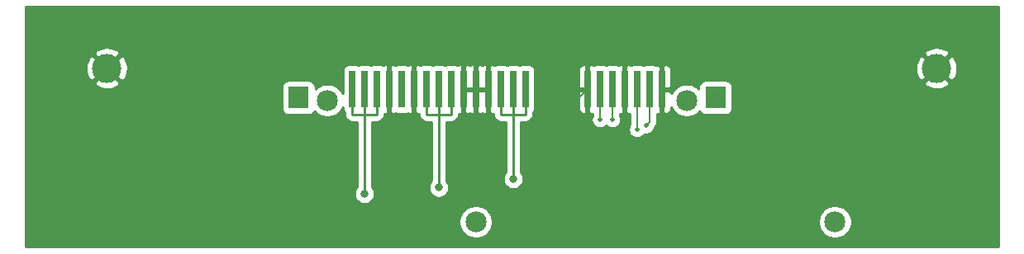
<source format=gbr>
%TF.GenerationSoftware,KiCad,Pcbnew,(5.1.9)-1*%
%TF.CreationDate,2021-04-07T17:32:18-07:00*%
%TF.ProjectId,driveCaddyAdapter,64726976-6543-4616-9464-794164617074,rev?*%
%TF.SameCoordinates,Original*%
%TF.FileFunction,Copper,L2,Bot*%
%TF.FilePolarity,Positive*%
%FSLAX46Y46*%
G04 Gerber Fmt 4.6, Leading zero omitted, Abs format (unit mm)*
G04 Created by KiCad (PCBNEW (5.1.9)-1) date 2021-04-07 17:32:18*
%MOMM*%
%LPD*%
G01*
G04 APERTURE LIST*
%TA.AperFunction,ComponentPad*%
%ADD10C,3.000000*%
%TD*%
%TA.AperFunction,ComponentPad*%
%ADD11C,2.159000*%
%TD*%
%TA.AperFunction,SMDPad,CuDef*%
%ADD12R,0.660400X3.810000*%
%TD*%
%TA.AperFunction,SMDPad,CuDef*%
%ADD13R,2.159000X2.260600*%
%TD*%
%TA.AperFunction,ViaPad*%
%ADD14C,0.800000*%
%TD*%
%TA.AperFunction,ViaPad*%
%ADD15C,0.508000*%
%TD*%
%TA.AperFunction,Conductor*%
%ADD16C,0.250000*%
%TD*%
%TA.AperFunction,Conductor*%
%ADD17C,0.200000*%
%TD*%
%TA.AperFunction,Conductor*%
%ADD18C,0.254000*%
%TD*%
%TA.AperFunction,Conductor*%
%ADD19C,0.100000*%
%TD*%
G04 APERTURE END LIST*
D10*
%TO.P,H2,1*%
%TO.N,GND*%
X274000000Y-67000000D03*
%TD*%
%TO.P,H1,1*%
%TO.N,GND*%
X189000000Y-67000000D03*
%TD*%
D11*
%TO.P,J2,26*%
%TO.N,N/C*%
X211599999Y-70299999D03*
%TO.P,J2,25*%
X248400001Y-70299999D03*
D12*
%TO.P,J2,22*%
%TO.N,12V*%
X214125025Y-69149999D03*
%TO.P,J2,21*%
X215395025Y-69149999D03*
%TO.P,J2,20*%
X216665025Y-69149999D03*
%TO.P,J2,19*%
%TO.N,GND*%
X217935025Y-69149999D03*
%TO.P,J2,18*%
%TO.N,Net-(J2-Pad18)*%
X219205025Y-69149999D03*
%TO.P,J2,17*%
%TO.N,GND*%
X220475025Y-69149999D03*
%TO.P,J2,16*%
%TO.N,5V*%
X221745025Y-69149999D03*
%TO.P,J2,15*%
X223015025Y-69149999D03*
%TO.P,J2,14*%
X224285025Y-69149999D03*
%TO.P,J2,13*%
%TO.N,GND*%
X225555025Y-69149999D03*
%TO.P,J2,12*%
X226825025Y-69149999D03*
%TO.P,J2,11*%
X228095025Y-69149999D03*
%TO.P,J2,10*%
%TO.N,3.3V*%
X229365025Y-69149999D03*
%TO.P,J2,9*%
X230635025Y-69149999D03*
%TO.P,J2,8*%
X231905025Y-69149999D03*
%TO.P,J2,7*%
%TO.N,GND*%
X238255025Y-69149999D03*
%TO.P,J2,6*%
%TO.N,B+*%
X239525025Y-69149999D03*
%TO.P,J2,5*%
%TO.N,B-*%
X240795025Y-69149999D03*
%TO.P,J2,4*%
%TO.N,GND*%
X242065025Y-69149999D03*
%TO.P,J2,3*%
%TO.N,A-*%
X243335025Y-69149999D03*
%TO.P,J2,2*%
%TO.N,A+*%
X244605025Y-69149999D03*
%TO.P,J2,1*%
%TO.N,GND*%
X245875025Y-69149999D03*
D13*
%TO.P,J2,24*%
%TO.N,Net-(J2-Pad24)*%
X208650005Y-70000000D03*
%TO.P,J2,23*%
%TO.N,Net-(J2-Pad23)*%
X251349995Y-70000000D03*
%TD*%
D11*
%TO.P,J1,26*%
%TO.N,N/C*%
X226799999Y-82762501D03*
%TO.P,J1,25*%
X263600001Y-82762501D03*
%TD*%
D14*
%TO.N,12V*%
X215392000Y-79883000D03*
%TO.N,GND*%
X234442000Y-81026000D03*
X242062000Y-81280000D03*
X253492000Y-81026000D03*
X257175000Y-81026000D03*
X261112000Y-81153000D03*
%TO.N,5V*%
X223012000Y-79248000D03*
%TO.N,3.3V*%
X230632000Y-78359000D03*
D15*
%TO.N,B+*%
X239522000Y-72263000D03*
%TO.N,B-*%
X240792000Y-72263000D03*
%TO.N,A-*%
X243307079Y-73271315D03*
%TO.N,A+*%
X244229479Y-72889243D03*
%TD*%
D16*
%TO.N,12V*%
X215392000Y-79883000D02*
X215392000Y-71755000D01*
X215392000Y-71755000D02*
X216662000Y-71755000D01*
X216662000Y-69153024D02*
X216665025Y-69149999D01*
X216662000Y-71755000D02*
X216662000Y-69153024D01*
X215395025Y-71751975D02*
X215392000Y-71755000D01*
X215395025Y-69149999D02*
X215395025Y-71751975D01*
X214125025Y-69149999D02*
X214125025Y-71751975D01*
X214125025Y-71751975D02*
X215395025Y-71751975D01*
%TO.N,GND*%
X217935025Y-69149999D02*
X217935025Y-66424025D01*
X217935025Y-66424025D02*
X217938050Y-66421000D01*
X245875025Y-66994999D02*
X245875025Y-69149999D01*
X242065025Y-66424025D02*
X242062000Y-66421000D01*
X242065025Y-69149999D02*
X242065025Y-66424025D01*
X238255025Y-66424025D02*
X238252000Y-66421000D01*
X238255025Y-69149999D02*
X238255025Y-66424025D01*
X238252000Y-66421000D02*
X242062000Y-66421000D01*
X220475025Y-66424025D02*
X220472000Y-66421000D01*
X220475025Y-69149999D02*
X220475025Y-66424025D01*
X217938050Y-66421000D02*
X220472000Y-66421000D01*
X225555025Y-66424025D02*
X225552000Y-66421000D01*
X225555025Y-69149999D02*
X225555025Y-66424025D01*
X220472000Y-66421000D02*
X225552000Y-66421000D01*
X226825025Y-66424025D02*
X226822000Y-66421000D01*
X226825025Y-69149999D02*
X226825025Y-66424025D01*
X225552000Y-66421000D02*
X226822000Y-66421000D01*
X228095025Y-66424025D02*
X228092000Y-66421000D01*
X228095025Y-69149999D02*
X228095025Y-66424025D01*
X228092000Y-66421000D02*
X238252000Y-66421000D01*
X226822000Y-66421000D02*
X228092000Y-66421000D01*
X234442000Y-81026000D02*
X234442000Y-80518000D01*
X242062000Y-81280000D02*
X242062000Y-80645000D01*
X257302000Y-81153000D02*
X257175000Y-81026000D01*
X261112000Y-81153000D02*
X257302000Y-81153000D01*
X253492000Y-81026000D02*
X257175000Y-81026000D01*
X245301026Y-66421000D02*
X245875025Y-66994999D01*
X242062000Y-66421000D02*
X245301026Y-66421000D01*
D17*
X257175000Y-81026000D02*
X257175000Y-79883000D01*
X234442000Y-72963024D02*
X238255025Y-69149999D01*
X242062000Y-80645000D02*
X242062000Y-79248000D01*
X237998000Y-75184000D02*
X234442000Y-75184000D01*
X242062000Y-79248000D02*
X237998000Y-75184000D01*
X234442000Y-75184000D02*
X234442000Y-72963024D01*
X234442000Y-81026000D02*
X234442000Y-75184000D01*
X242316000Y-81026000D02*
X242062000Y-81280000D01*
X253492000Y-81026000D02*
X242316000Y-81026000D01*
D16*
%TO.N,5V*%
X221745025Y-69149999D02*
X221745025Y-71751975D01*
X221745025Y-71751975D02*
X221748050Y-71755000D01*
X224282000Y-69153024D02*
X224285025Y-69149999D01*
X224282000Y-71755000D02*
X224282000Y-69153024D01*
X223015025Y-71631025D02*
X223139000Y-71755000D01*
X223015025Y-69149999D02*
X223015025Y-71631025D01*
X223139000Y-71755000D02*
X224282000Y-71755000D01*
X223012000Y-71755000D02*
X223012000Y-79248000D01*
X221748050Y-71755000D02*
X223012000Y-71755000D01*
X223012000Y-71755000D02*
X223139000Y-71755000D01*
%TO.N,3.3V*%
X229365025Y-69149999D02*
X229365025Y-71751975D01*
X229365025Y-71751975D02*
X229368050Y-71755000D01*
X231902000Y-69153024D02*
X231905025Y-69149999D01*
X231902000Y-71755000D02*
X231902000Y-69153024D01*
X230635025Y-71751975D02*
X230632000Y-71755000D01*
X230635025Y-69149999D02*
X230635025Y-71751975D01*
X230632000Y-71755000D02*
X231902000Y-71755000D01*
X229368050Y-71755000D02*
X230632000Y-71755000D01*
X230632000Y-71755000D02*
X230632000Y-78359000D01*
D17*
%TO.N,B+*%
X239525025Y-69969999D02*
X239525025Y-69149999D01*
X239525025Y-72259975D02*
X239522000Y-72263000D01*
X239525025Y-69149999D02*
X239525025Y-72259975D01*
%TO.N,B-*%
X240795025Y-72259975D02*
X240792000Y-72263000D01*
X240795025Y-69149999D02*
X240795025Y-72259975D01*
%TO.N,A-*%
X243335025Y-73243369D02*
X243307079Y-73271315D01*
X243335025Y-69149999D02*
X243335025Y-73243369D01*
%TO.N,A+*%
X244605025Y-72513697D02*
X244229479Y-72889243D01*
X244605025Y-69149999D02*
X244605025Y-72513697D01*
%TD*%
D18*
%TO.N,GND*%
X280315001Y-85315000D02*
X180685000Y-85315000D01*
X180685000Y-82593637D01*
X225085499Y-82593637D01*
X225085499Y-82931365D01*
X225151386Y-83262602D01*
X225280629Y-83574621D01*
X225468260Y-83855431D01*
X225707069Y-84094240D01*
X225987879Y-84281871D01*
X226299898Y-84411114D01*
X226631135Y-84477001D01*
X226968863Y-84477001D01*
X227300100Y-84411114D01*
X227612119Y-84281871D01*
X227892929Y-84094240D01*
X228131738Y-83855431D01*
X228319369Y-83574621D01*
X228448612Y-83262602D01*
X228514499Y-82931365D01*
X228514499Y-82593637D01*
X261885501Y-82593637D01*
X261885501Y-82931365D01*
X261951388Y-83262602D01*
X262080631Y-83574621D01*
X262268262Y-83855431D01*
X262507071Y-84094240D01*
X262787881Y-84281871D01*
X263099900Y-84411114D01*
X263431137Y-84477001D01*
X263768865Y-84477001D01*
X264100102Y-84411114D01*
X264412121Y-84281871D01*
X264692931Y-84094240D01*
X264931740Y-83855431D01*
X265119371Y-83574621D01*
X265248614Y-83262602D01*
X265314501Y-82931365D01*
X265314501Y-82593637D01*
X265248614Y-82262400D01*
X265119371Y-81950381D01*
X264931740Y-81669571D01*
X264692931Y-81430762D01*
X264412121Y-81243131D01*
X264100102Y-81113888D01*
X263768865Y-81048001D01*
X263431137Y-81048001D01*
X263099900Y-81113888D01*
X262787881Y-81243131D01*
X262507071Y-81430762D01*
X262268262Y-81669571D01*
X262080631Y-81950381D01*
X261951388Y-82262400D01*
X261885501Y-82593637D01*
X228514499Y-82593637D01*
X228448612Y-82262400D01*
X228319369Y-81950381D01*
X228131738Y-81669571D01*
X227892929Y-81430762D01*
X227612119Y-81243131D01*
X227300100Y-81113888D01*
X226968863Y-81048001D01*
X226631135Y-81048001D01*
X226299898Y-81113888D01*
X225987879Y-81243131D01*
X225707069Y-81430762D01*
X225468260Y-81669571D01*
X225280629Y-81950381D01*
X225151386Y-82262400D01*
X225085499Y-82593637D01*
X180685000Y-82593637D01*
X180685000Y-68491653D01*
X187687952Y-68491653D01*
X187843962Y-68807214D01*
X188218745Y-68998020D01*
X188623551Y-69112044D01*
X189042824Y-69144902D01*
X189460451Y-69095334D01*
X189860383Y-68965243D01*
X190039133Y-68869700D01*
X206932433Y-68869700D01*
X206932433Y-71130300D01*
X206944693Y-71254782D01*
X206981003Y-71374480D01*
X207039968Y-71484794D01*
X207119320Y-71581485D01*
X207216011Y-71660837D01*
X207326325Y-71719802D01*
X207446023Y-71756112D01*
X207570505Y-71768372D01*
X209729505Y-71768372D01*
X209853987Y-71756112D01*
X209973685Y-71719802D01*
X210083999Y-71660837D01*
X210180690Y-71581485D01*
X210260042Y-71484794D01*
X210294904Y-71419573D01*
X210507069Y-71631738D01*
X210787879Y-71819369D01*
X211099898Y-71948612D01*
X211431135Y-72014499D01*
X211768863Y-72014499D01*
X212100100Y-71948612D01*
X212412119Y-71819369D01*
X212692929Y-71631738D01*
X212931738Y-71392929D01*
X213119369Y-71112119D01*
X213156753Y-71021866D01*
X213156753Y-71054999D01*
X213169013Y-71179481D01*
X213205323Y-71299179D01*
X213264288Y-71409493D01*
X213343640Y-71506184D01*
X213365026Y-71523735D01*
X213365026Y-71714632D01*
X213361348Y-71751975D01*
X213376022Y-71900961D01*
X213419479Y-72044222D01*
X213490051Y-72176251D01*
X213585024Y-72291976D01*
X213700749Y-72386949D01*
X213832778Y-72457521D01*
X213976039Y-72500978D01*
X214087692Y-72511975D01*
X214125025Y-72515652D01*
X214162358Y-72511975D01*
X214632001Y-72511975D01*
X214632000Y-79179289D01*
X214588063Y-79223226D01*
X214474795Y-79392744D01*
X214396774Y-79581102D01*
X214357000Y-79781061D01*
X214357000Y-79984939D01*
X214396774Y-80184898D01*
X214474795Y-80373256D01*
X214588063Y-80542774D01*
X214732226Y-80686937D01*
X214901744Y-80800205D01*
X215090102Y-80878226D01*
X215290061Y-80918000D01*
X215493939Y-80918000D01*
X215693898Y-80878226D01*
X215882256Y-80800205D01*
X216051774Y-80686937D01*
X216195937Y-80542774D01*
X216309205Y-80373256D01*
X216387226Y-80184898D01*
X216427000Y-79984939D01*
X216427000Y-79781061D01*
X216387226Y-79581102D01*
X216309205Y-79392744D01*
X216195937Y-79223226D01*
X216152000Y-79179289D01*
X216152000Y-72515000D01*
X216624667Y-72515000D01*
X216662000Y-72518677D01*
X216699333Y-72515000D01*
X216810986Y-72504003D01*
X216954247Y-72460546D01*
X217086276Y-72389974D01*
X217202001Y-72295001D01*
X217296974Y-72179276D01*
X217367546Y-72047247D01*
X217411003Y-71903986D01*
X217425677Y-71755000D01*
X217422000Y-71717667D01*
X217422000Y-71663113D01*
X217480343Y-71680811D01*
X217604825Y-71693071D01*
X217649275Y-71689999D01*
X217808025Y-71531249D01*
X217808025Y-69276999D01*
X217788025Y-69276999D01*
X217788025Y-69022999D01*
X217808025Y-69022999D01*
X217808025Y-66768749D01*
X218062025Y-66768749D01*
X218062025Y-69022999D01*
X218082025Y-69022999D01*
X218082025Y-69276999D01*
X218062025Y-69276999D01*
X218062025Y-71531249D01*
X218220775Y-71689999D01*
X218265225Y-71693071D01*
X218389707Y-71680811D01*
X218509405Y-71644501D01*
X218570025Y-71612098D01*
X218630645Y-71644501D01*
X218750343Y-71680811D01*
X218874825Y-71693071D01*
X219535225Y-71693071D01*
X219659707Y-71680811D01*
X219779405Y-71644501D01*
X219840025Y-71612098D01*
X219900645Y-71644501D01*
X220020343Y-71680811D01*
X220144825Y-71693071D01*
X220189275Y-71689999D01*
X220348025Y-71531249D01*
X220348025Y-69276999D01*
X220328025Y-69276999D01*
X220328025Y-69022999D01*
X220348025Y-69022999D01*
X220348025Y-66768749D01*
X220602025Y-66768749D01*
X220602025Y-69022999D01*
X220622025Y-69022999D01*
X220622025Y-69276999D01*
X220602025Y-69276999D01*
X220602025Y-71531249D01*
X220760775Y-71689999D01*
X220805225Y-71693071D01*
X220929707Y-71680811D01*
X220985026Y-71664030D01*
X220985026Y-71714643D01*
X220981349Y-71751975D01*
X220985026Y-71789308D01*
X220996023Y-71900961D01*
X220996941Y-71903986D01*
X221039479Y-72044221D01*
X221110051Y-72176251D01*
X221178762Y-72259975D01*
X221205025Y-72291976D01*
X221206683Y-72293337D01*
X221208049Y-72295001D01*
X221323774Y-72389974D01*
X221455803Y-72460546D01*
X221599064Y-72504003D01*
X221710717Y-72515000D01*
X221710728Y-72515000D01*
X221748050Y-72518676D01*
X221785372Y-72515000D01*
X222252000Y-72515000D01*
X222252001Y-78544288D01*
X222208063Y-78588226D01*
X222094795Y-78757744D01*
X222016774Y-78946102D01*
X221977000Y-79146061D01*
X221977000Y-79349939D01*
X222016774Y-79549898D01*
X222094795Y-79738256D01*
X222208063Y-79907774D01*
X222352226Y-80051937D01*
X222521744Y-80165205D01*
X222710102Y-80243226D01*
X222910061Y-80283000D01*
X223113939Y-80283000D01*
X223313898Y-80243226D01*
X223502256Y-80165205D01*
X223671774Y-80051937D01*
X223815937Y-79907774D01*
X223929205Y-79738256D01*
X224007226Y-79549898D01*
X224047000Y-79349939D01*
X224047000Y-79146061D01*
X224007226Y-78946102D01*
X223929205Y-78757744D01*
X223815937Y-78588226D01*
X223772000Y-78544289D01*
X223772000Y-72515000D01*
X224244667Y-72515000D01*
X224282000Y-72518677D01*
X224319333Y-72515000D01*
X224430986Y-72504003D01*
X224574247Y-72460546D01*
X224706276Y-72389974D01*
X224822001Y-72295001D01*
X224916974Y-72179276D01*
X224987546Y-72047247D01*
X225031003Y-71903986D01*
X225045677Y-71755000D01*
X225042000Y-71717667D01*
X225042000Y-71663113D01*
X225100343Y-71680811D01*
X225224825Y-71693071D01*
X225269275Y-71689999D01*
X225428025Y-71531249D01*
X225428025Y-69276999D01*
X225682025Y-69276999D01*
X225682025Y-71531249D01*
X225840775Y-71689999D01*
X225885225Y-71693071D01*
X226009707Y-71680811D01*
X226129405Y-71644501D01*
X226190025Y-71612098D01*
X226250645Y-71644501D01*
X226370343Y-71680811D01*
X226494825Y-71693071D01*
X226539275Y-71689999D01*
X226698025Y-71531249D01*
X226698025Y-69276999D01*
X226952025Y-69276999D01*
X226952025Y-71531249D01*
X227110775Y-71689999D01*
X227155225Y-71693071D01*
X227279707Y-71680811D01*
X227399405Y-71644501D01*
X227460025Y-71612098D01*
X227520645Y-71644501D01*
X227640343Y-71680811D01*
X227764825Y-71693071D01*
X227809275Y-71689999D01*
X227968025Y-71531249D01*
X227968025Y-69276999D01*
X226952025Y-69276999D01*
X226698025Y-69276999D01*
X225682025Y-69276999D01*
X225428025Y-69276999D01*
X225408025Y-69276999D01*
X225408025Y-69022999D01*
X225428025Y-69022999D01*
X225428025Y-66768749D01*
X225682025Y-66768749D01*
X225682025Y-69022999D01*
X226698025Y-69022999D01*
X226698025Y-66768749D01*
X226952025Y-66768749D01*
X226952025Y-69022999D01*
X227968025Y-69022999D01*
X227968025Y-66768749D01*
X228222025Y-66768749D01*
X228222025Y-69022999D01*
X228242025Y-69022999D01*
X228242025Y-69276999D01*
X228222025Y-69276999D01*
X228222025Y-71531249D01*
X228380775Y-71689999D01*
X228425225Y-71693071D01*
X228549707Y-71680811D01*
X228605026Y-71664030D01*
X228605026Y-71714643D01*
X228601349Y-71751975D01*
X228605026Y-71789308D01*
X228616023Y-71900961D01*
X228616941Y-71903986D01*
X228659479Y-72044221D01*
X228730051Y-72176251D01*
X228798762Y-72259975D01*
X228825025Y-72291976D01*
X228826683Y-72293337D01*
X228828049Y-72295001D01*
X228943774Y-72389974D01*
X229075803Y-72460546D01*
X229219064Y-72504003D01*
X229330717Y-72515000D01*
X229330728Y-72515000D01*
X229368050Y-72518676D01*
X229405372Y-72515000D01*
X229872000Y-72515000D01*
X229872001Y-77655288D01*
X229828063Y-77699226D01*
X229714795Y-77868744D01*
X229636774Y-78057102D01*
X229597000Y-78257061D01*
X229597000Y-78460939D01*
X229636774Y-78660898D01*
X229714795Y-78849256D01*
X229828063Y-79018774D01*
X229972226Y-79162937D01*
X230141744Y-79276205D01*
X230330102Y-79354226D01*
X230530061Y-79394000D01*
X230733939Y-79394000D01*
X230933898Y-79354226D01*
X231122256Y-79276205D01*
X231291774Y-79162937D01*
X231435937Y-79018774D01*
X231549205Y-78849256D01*
X231627226Y-78660898D01*
X231667000Y-78460939D01*
X231667000Y-78257061D01*
X231627226Y-78057102D01*
X231549205Y-77868744D01*
X231435937Y-77699226D01*
X231392000Y-77655289D01*
X231392000Y-72515000D01*
X231864667Y-72515000D01*
X231902000Y-72518677D01*
X231939333Y-72515000D01*
X232050986Y-72504003D01*
X232194247Y-72460546D01*
X232326276Y-72389974D01*
X232442001Y-72295001D01*
X232536974Y-72179276D01*
X232607546Y-72047247D01*
X232651003Y-71903986D01*
X232665677Y-71755000D01*
X232662000Y-71717667D01*
X232662000Y-71526217D01*
X232686410Y-71506184D01*
X232765762Y-71409493D01*
X232824727Y-71299179D01*
X232861037Y-71179481D01*
X232873297Y-71054999D01*
X237286753Y-71054999D01*
X237299013Y-71179481D01*
X237335323Y-71299179D01*
X237394288Y-71409493D01*
X237473640Y-71506184D01*
X237570331Y-71585536D01*
X237680645Y-71644501D01*
X237800343Y-71680811D01*
X237924825Y-71693071D01*
X237969275Y-71689999D01*
X238128025Y-71531249D01*
X238128025Y-69276999D01*
X237448575Y-69276999D01*
X237289825Y-69435749D01*
X237286753Y-71054999D01*
X232873297Y-71054999D01*
X232873297Y-67244999D01*
X237286753Y-67244999D01*
X237289825Y-68864249D01*
X237448575Y-69022999D01*
X238128025Y-69022999D01*
X238128025Y-66768749D01*
X238382025Y-66768749D01*
X238382025Y-69022999D01*
X238402025Y-69022999D01*
X238402025Y-69276999D01*
X238382025Y-69276999D01*
X238382025Y-71531249D01*
X238540775Y-71689999D01*
X238585225Y-71693071D01*
X238709707Y-71680811D01*
X238790026Y-71656447D01*
X238790026Y-71758320D01*
X238734179Y-71841901D01*
X238667164Y-72003688D01*
X238633000Y-72175441D01*
X238633000Y-72350559D01*
X238667164Y-72522312D01*
X238734179Y-72684099D01*
X238831469Y-72829704D01*
X238955296Y-72953531D01*
X239100901Y-73050821D01*
X239262688Y-73117836D01*
X239434441Y-73152000D01*
X239609559Y-73152000D01*
X239781312Y-73117836D01*
X239943099Y-73050821D01*
X240088704Y-72953531D01*
X240157000Y-72885235D01*
X240225296Y-72953531D01*
X240370901Y-73050821D01*
X240532688Y-73117836D01*
X240704441Y-73152000D01*
X240879559Y-73152000D01*
X241051312Y-73117836D01*
X241213099Y-73050821D01*
X241358704Y-72953531D01*
X241482531Y-72829704D01*
X241579821Y-72684099D01*
X241646836Y-72522312D01*
X241681000Y-72350559D01*
X241681000Y-72175441D01*
X241646836Y-72003688D01*
X241579821Y-71841901D01*
X241530025Y-71767376D01*
X241530025Y-71656447D01*
X241610343Y-71680811D01*
X241734825Y-71693071D01*
X241779275Y-71689999D01*
X241938025Y-71531249D01*
X241938025Y-69276999D01*
X241918025Y-69276999D01*
X241918025Y-69022999D01*
X241938025Y-69022999D01*
X241938025Y-66768749D01*
X242192025Y-66768749D01*
X242192025Y-69022999D01*
X242212025Y-69022999D01*
X242212025Y-69276999D01*
X242192025Y-69276999D01*
X242192025Y-71531249D01*
X242350775Y-71689999D01*
X242395225Y-71693071D01*
X242519707Y-71680811D01*
X242600026Y-71656447D01*
X242600026Y-72729338D01*
X242519258Y-72850216D01*
X242452243Y-73012003D01*
X242418079Y-73183756D01*
X242418079Y-73358874D01*
X242452243Y-73530627D01*
X242519258Y-73692414D01*
X242616548Y-73838019D01*
X242740375Y-73961846D01*
X242885980Y-74059136D01*
X243047767Y-74126151D01*
X243219520Y-74160315D01*
X243394638Y-74160315D01*
X243566391Y-74126151D01*
X243728178Y-74059136D01*
X243873783Y-73961846D01*
X243997610Y-73838019D01*
X244049795Y-73759918D01*
X244141920Y-73778243D01*
X244317038Y-73778243D01*
X244488791Y-73744079D01*
X244650578Y-73677064D01*
X244796183Y-73579774D01*
X244920010Y-73455947D01*
X245017300Y-73310342D01*
X245084315Y-73148555D01*
X245102708Y-73056087D01*
X245127263Y-73035935D01*
X245219112Y-72924017D01*
X245287362Y-72796330D01*
X245329390Y-72657782D01*
X245340025Y-72549802D01*
X245340025Y-72549793D01*
X245343580Y-72513698D01*
X245340025Y-72477603D01*
X245340025Y-71656447D01*
X245420343Y-71680811D01*
X245544825Y-71693071D01*
X245589275Y-71689999D01*
X245748025Y-71531249D01*
X245748025Y-69276999D01*
X246002025Y-69276999D01*
X246002025Y-71531249D01*
X246160775Y-71689999D01*
X246205225Y-71693071D01*
X246329707Y-71680811D01*
X246449405Y-71644501D01*
X246559719Y-71585536D01*
X246656410Y-71506184D01*
X246735762Y-71409493D01*
X246794727Y-71299179D01*
X246831037Y-71179481D01*
X246843297Y-71054999D01*
X246843234Y-71021835D01*
X246880631Y-71112119D01*
X247068262Y-71392929D01*
X247307071Y-71631738D01*
X247587881Y-71819369D01*
X247899900Y-71948612D01*
X248231137Y-72014499D01*
X248568865Y-72014499D01*
X248900102Y-71948612D01*
X249212121Y-71819369D01*
X249492931Y-71631738D01*
X249705096Y-71419573D01*
X249739958Y-71484794D01*
X249819310Y-71581485D01*
X249916001Y-71660837D01*
X250026315Y-71719802D01*
X250146013Y-71756112D01*
X250270495Y-71768372D01*
X252429495Y-71768372D01*
X252553977Y-71756112D01*
X252673675Y-71719802D01*
X252783989Y-71660837D01*
X252880680Y-71581485D01*
X252960032Y-71484794D01*
X253018997Y-71374480D01*
X253055307Y-71254782D01*
X253067567Y-71130300D01*
X253067567Y-68869700D01*
X253055307Y-68745218D01*
X253018997Y-68625520D01*
X252960032Y-68515206D01*
X252940703Y-68491653D01*
X272687952Y-68491653D01*
X272843962Y-68807214D01*
X273218745Y-68998020D01*
X273623551Y-69112044D01*
X274042824Y-69144902D01*
X274460451Y-69095334D01*
X274860383Y-68965243D01*
X275156038Y-68807214D01*
X275312048Y-68491653D01*
X274000000Y-67179605D01*
X272687952Y-68491653D01*
X252940703Y-68491653D01*
X252880680Y-68418515D01*
X252783989Y-68339163D01*
X252673675Y-68280198D01*
X252553977Y-68243888D01*
X252429495Y-68231628D01*
X250270495Y-68231628D01*
X250146013Y-68243888D01*
X250026315Y-68280198D01*
X249916001Y-68339163D01*
X249819310Y-68418515D01*
X249739958Y-68515206D01*
X249680993Y-68625520D01*
X249644683Y-68745218D01*
X249632423Y-68869700D01*
X249632423Y-69107752D01*
X249492931Y-68968260D01*
X249212121Y-68780629D01*
X248900102Y-68651386D01*
X248568865Y-68585499D01*
X248231137Y-68585499D01*
X247899900Y-68651386D01*
X247587881Y-68780629D01*
X247307071Y-68968260D01*
X247068262Y-69207069D01*
X246880631Y-69487879D01*
X246840508Y-69584745D01*
X246840225Y-69435749D01*
X246681475Y-69276999D01*
X246002025Y-69276999D01*
X245748025Y-69276999D01*
X245728025Y-69276999D01*
X245728025Y-69022999D01*
X245748025Y-69022999D01*
X245748025Y-66768749D01*
X246002025Y-66768749D01*
X246002025Y-69022999D01*
X246681475Y-69022999D01*
X246840225Y-68864249D01*
X246843297Y-67244999D01*
X246831037Y-67120517D01*
X246807470Y-67042824D01*
X271855098Y-67042824D01*
X271904666Y-67460451D01*
X272034757Y-67860383D01*
X272192786Y-68156038D01*
X272508347Y-68312048D01*
X273820395Y-67000000D01*
X274179605Y-67000000D01*
X275491653Y-68312048D01*
X275807214Y-68156038D01*
X275998020Y-67781255D01*
X276112044Y-67376449D01*
X276144902Y-66957176D01*
X276095334Y-66539549D01*
X275965243Y-66139617D01*
X275807214Y-65843962D01*
X275491653Y-65687952D01*
X274179605Y-67000000D01*
X273820395Y-67000000D01*
X272508347Y-65687952D01*
X272192786Y-65843962D01*
X272001980Y-66218745D01*
X271887956Y-66623551D01*
X271855098Y-67042824D01*
X246807470Y-67042824D01*
X246794727Y-67000819D01*
X246735762Y-66890505D01*
X246656410Y-66793814D01*
X246559719Y-66714462D01*
X246449405Y-66655497D01*
X246329707Y-66619187D01*
X246205225Y-66606927D01*
X246160775Y-66609999D01*
X246002025Y-66768749D01*
X245748025Y-66768749D01*
X245589275Y-66609999D01*
X245544825Y-66606927D01*
X245420343Y-66619187D01*
X245300645Y-66655497D01*
X245240025Y-66687900D01*
X245179405Y-66655497D01*
X245059707Y-66619187D01*
X244935225Y-66606927D01*
X244274825Y-66606927D01*
X244150343Y-66619187D01*
X244030645Y-66655497D01*
X243970025Y-66687900D01*
X243909405Y-66655497D01*
X243789707Y-66619187D01*
X243665225Y-66606927D01*
X243004825Y-66606927D01*
X242880343Y-66619187D01*
X242760645Y-66655497D01*
X242700025Y-66687900D01*
X242639405Y-66655497D01*
X242519707Y-66619187D01*
X242395225Y-66606927D01*
X242350775Y-66609999D01*
X242192025Y-66768749D01*
X241938025Y-66768749D01*
X241779275Y-66609999D01*
X241734825Y-66606927D01*
X241610343Y-66619187D01*
X241490645Y-66655497D01*
X241430025Y-66687900D01*
X241369405Y-66655497D01*
X241249707Y-66619187D01*
X241125225Y-66606927D01*
X240464825Y-66606927D01*
X240340343Y-66619187D01*
X240220645Y-66655497D01*
X240160025Y-66687900D01*
X240099405Y-66655497D01*
X239979707Y-66619187D01*
X239855225Y-66606927D01*
X239194825Y-66606927D01*
X239070343Y-66619187D01*
X238950645Y-66655497D01*
X238890025Y-66687900D01*
X238829405Y-66655497D01*
X238709707Y-66619187D01*
X238585225Y-66606927D01*
X238540775Y-66609999D01*
X238382025Y-66768749D01*
X238128025Y-66768749D01*
X237969275Y-66609999D01*
X237924825Y-66606927D01*
X237800343Y-66619187D01*
X237680645Y-66655497D01*
X237570331Y-66714462D01*
X237473640Y-66793814D01*
X237394288Y-66890505D01*
X237335323Y-67000819D01*
X237299013Y-67120517D01*
X237286753Y-67244999D01*
X232873297Y-67244999D01*
X232861037Y-67120517D01*
X232824727Y-67000819D01*
X232765762Y-66890505D01*
X232686410Y-66793814D01*
X232589719Y-66714462D01*
X232479405Y-66655497D01*
X232359707Y-66619187D01*
X232235225Y-66606927D01*
X231574825Y-66606927D01*
X231450343Y-66619187D01*
X231330645Y-66655497D01*
X231270025Y-66687900D01*
X231209405Y-66655497D01*
X231089707Y-66619187D01*
X230965225Y-66606927D01*
X230304825Y-66606927D01*
X230180343Y-66619187D01*
X230060645Y-66655497D01*
X230000025Y-66687900D01*
X229939405Y-66655497D01*
X229819707Y-66619187D01*
X229695225Y-66606927D01*
X229034825Y-66606927D01*
X228910343Y-66619187D01*
X228790645Y-66655497D01*
X228730025Y-66687900D01*
X228669405Y-66655497D01*
X228549707Y-66619187D01*
X228425225Y-66606927D01*
X228380775Y-66609999D01*
X228222025Y-66768749D01*
X227968025Y-66768749D01*
X227809275Y-66609999D01*
X227764825Y-66606927D01*
X227640343Y-66619187D01*
X227520645Y-66655497D01*
X227460025Y-66687900D01*
X227399405Y-66655497D01*
X227279707Y-66619187D01*
X227155225Y-66606927D01*
X227110775Y-66609999D01*
X226952025Y-66768749D01*
X226698025Y-66768749D01*
X226539275Y-66609999D01*
X226494825Y-66606927D01*
X226370343Y-66619187D01*
X226250645Y-66655497D01*
X226190025Y-66687900D01*
X226129405Y-66655497D01*
X226009707Y-66619187D01*
X225885225Y-66606927D01*
X225840775Y-66609999D01*
X225682025Y-66768749D01*
X225428025Y-66768749D01*
X225269275Y-66609999D01*
X225224825Y-66606927D01*
X225100343Y-66619187D01*
X224980645Y-66655497D01*
X224920025Y-66687900D01*
X224859405Y-66655497D01*
X224739707Y-66619187D01*
X224615225Y-66606927D01*
X223954825Y-66606927D01*
X223830343Y-66619187D01*
X223710645Y-66655497D01*
X223650025Y-66687900D01*
X223589405Y-66655497D01*
X223469707Y-66619187D01*
X223345225Y-66606927D01*
X222684825Y-66606927D01*
X222560343Y-66619187D01*
X222440645Y-66655497D01*
X222380025Y-66687900D01*
X222319405Y-66655497D01*
X222199707Y-66619187D01*
X222075225Y-66606927D01*
X221414825Y-66606927D01*
X221290343Y-66619187D01*
X221170645Y-66655497D01*
X221110025Y-66687900D01*
X221049405Y-66655497D01*
X220929707Y-66619187D01*
X220805225Y-66606927D01*
X220760775Y-66609999D01*
X220602025Y-66768749D01*
X220348025Y-66768749D01*
X220189275Y-66609999D01*
X220144825Y-66606927D01*
X220020343Y-66619187D01*
X219900645Y-66655497D01*
X219840025Y-66687900D01*
X219779405Y-66655497D01*
X219659707Y-66619187D01*
X219535225Y-66606927D01*
X218874825Y-66606927D01*
X218750343Y-66619187D01*
X218630645Y-66655497D01*
X218570025Y-66687900D01*
X218509405Y-66655497D01*
X218389707Y-66619187D01*
X218265225Y-66606927D01*
X218220775Y-66609999D01*
X218062025Y-66768749D01*
X217808025Y-66768749D01*
X217649275Y-66609999D01*
X217604825Y-66606927D01*
X217480343Y-66619187D01*
X217360645Y-66655497D01*
X217300025Y-66687900D01*
X217239405Y-66655497D01*
X217119707Y-66619187D01*
X216995225Y-66606927D01*
X216334825Y-66606927D01*
X216210343Y-66619187D01*
X216090645Y-66655497D01*
X216030025Y-66687900D01*
X215969405Y-66655497D01*
X215849707Y-66619187D01*
X215725225Y-66606927D01*
X215064825Y-66606927D01*
X214940343Y-66619187D01*
X214820645Y-66655497D01*
X214760025Y-66687900D01*
X214699405Y-66655497D01*
X214579707Y-66619187D01*
X214455225Y-66606927D01*
X213794825Y-66606927D01*
X213670343Y-66619187D01*
X213550645Y-66655497D01*
X213440331Y-66714462D01*
X213343640Y-66793814D01*
X213264288Y-66890505D01*
X213205323Y-67000819D01*
X213169013Y-67120517D01*
X213156753Y-67244999D01*
X213156753Y-69578132D01*
X213119369Y-69487879D01*
X212931738Y-69207069D01*
X212692929Y-68968260D01*
X212412119Y-68780629D01*
X212100100Y-68651386D01*
X211768863Y-68585499D01*
X211431135Y-68585499D01*
X211099898Y-68651386D01*
X210787879Y-68780629D01*
X210507069Y-68968260D01*
X210367577Y-69107752D01*
X210367577Y-68869700D01*
X210355317Y-68745218D01*
X210319007Y-68625520D01*
X210260042Y-68515206D01*
X210180690Y-68418515D01*
X210083999Y-68339163D01*
X209973685Y-68280198D01*
X209853987Y-68243888D01*
X209729505Y-68231628D01*
X207570505Y-68231628D01*
X207446023Y-68243888D01*
X207326325Y-68280198D01*
X207216011Y-68339163D01*
X207119320Y-68418515D01*
X207039968Y-68515206D01*
X206981003Y-68625520D01*
X206944693Y-68745218D01*
X206932433Y-68869700D01*
X190039133Y-68869700D01*
X190156038Y-68807214D01*
X190312048Y-68491653D01*
X189000000Y-67179605D01*
X187687952Y-68491653D01*
X180685000Y-68491653D01*
X180685000Y-67042824D01*
X186855098Y-67042824D01*
X186904666Y-67460451D01*
X187034757Y-67860383D01*
X187192786Y-68156038D01*
X187508347Y-68312048D01*
X188820395Y-67000000D01*
X189179605Y-67000000D01*
X190491653Y-68312048D01*
X190807214Y-68156038D01*
X190998020Y-67781255D01*
X191112044Y-67376449D01*
X191144902Y-66957176D01*
X191095334Y-66539549D01*
X190965243Y-66139617D01*
X190807214Y-65843962D01*
X190491653Y-65687952D01*
X189179605Y-67000000D01*
X188820395Y-67000000D01*
X187508347Y-65687952D01*
X187192786Y-65843962D01*
X187001980Y-66218745D01*
X186887956Y-66623551D01*
X186855098Y-67042824D01*
X180685000Y-67042824D01*
X180685000Y-65508347D01*
X187687952Y-65508347D01*
X189000000Y-66820395D01*
X190312048Y-65508347D01*
X272687952Y-65508347D01*
X274000000Y-66820395D01*
X275312048Y-65508347D01*
X275156038Y-65192786D01*
X274781255Y-65001980D01*
X274376449Y-64887956D01*
X273957176Y-64855098D01*
X273539549Y-64904666D01*
X273139617Y-65034757D01*
X272843962Y-65192786D01*
X272687952Y-65508347D01*
X190312048Y-65508347D01*
X190156038Y-65192786D01*
X189781255Y-65001980D01*
X189376449Y-64887956D01*
X188957176Y-64855098D01*
X188539549Y-64904666D01*
X188139617Y-65034757D01*
X187843962Y-65192786D01*
X187687952Y-65508347D01*
X180685000Y-65508347D01*
X180685000Y-60685000D01*
X280315000Y-60685000D01*
X280315001Y-85315000D01*
%TA.AperFunction,Conductor*%
D19*
G36*
X280315001Y-85315000D02*
G01*
X180685000Y-85315000D01*
X180685000Y-82593637D01*
X225085499Y-82593637D01*
X225085499Y-82931365D01*
X225151386Y-83262602D01*
X225280629Y-83574621D01*
X225468260Y-83855431D01*
X225707069Y-84094240D01*
X225987879Y-84281871D01*
X226299898Y-84411114D01*
X226631135Y-84477001D01*
X226968863Y-84477001D01*
X227300100Y-84411114D01*
X227612119Y-84281871D01*
X227892929Y-84094240D01*
X228131738Y-83855431D01*
X228319369Y-83574621D01*
X228448612Y-83262602D01*
X228514499Y-82931365D01*
X228514499Y-82593637D01*
X261885501Y-82593637D01*
X261885501Y-82931365D01*
X261951388Y-83262602D01*
X262080631Y-83574621D01*
X262268262Y-83855431D01*
X262507071Y-84094240D01*
X262787881Y-84281871D01*
X263099900Y-84411114D01*
X263431137Y-84477001D01*
X263768865Y-84477001D01*
X264100102Y-84411114D01*
X264412121Y-84281871D01*
X264692931Y-84094240D01*
X264931740Y-83855431D01*
X265119371Y-83574621D01*
X265248614Y-83262602D01*
X265314501Y-82931365D01*
X265314501Y-82593637D01*
X265248614Y-82262400D01*
X265119371Y-81950381D01*
X264931740Y-81669571D01*
X264692931Y-81430762D01*
X264412121Y-81243131D01*
X264100102Y-81113888D01*
X263768865Y-81048001D01*
X263431137Y-81048001D01*
X263099900Y-81113888D01*
X262787881Y-81243131D01*
X262507071Y-81430762D01*
X262268262Y-81669571D01*
X262080631Y-81950381D01*
X261951388Y-82262400D01*
X261885501Y-82593637D01*
X228514499Y-82593637D01*
X228448612Y-82262400D01*
X228319369Y-81950381D01*
X228131738Y-81669571D01*
X227892929Y-81430762D01*
X227612119Y-81243131D01*
X227300100Y-81113888D01*
X226968863Y-81048001D01*
X226631135Y-81048001D01*
X226299898Y-81113888D01*
X225987879Y-81243131D01*
X225707069Y-81430762D01*
X225468260Y-81669571D01*
X225280629Y-81950381D01*
X225151386Y-82262400D01*
X225085499Y-82593637D01*
X180685000Y-82593637D01*
X180685000Y-68491653D01*
X187687952Y-68491653D01*
X187843962Y-68807214D01*
X188218745Y-68998020D01*
X188623551Y-69112044D01*
X189042824Y-69144902D01*
X189460451Y-69095334D01*
X189860383Y-68965243D01*
X190039133Y-68869700D01*
X206932433Y-68869700D01*
X206932433Y-71130300D01*
X206944693Y-71254782D01*
X206981003Y-71374480D01*
X207039968Y-71484794D01*
X207119320Y-71581485D01*
X207216011Y-71660837D01*
X207326325Y-71719802D01*
X207446023Y-71756112D01*
X207570505Y-71768372D01*
X209729505Y-71768372D01*
X209853987Y-71756112D01*
X209973685Y-71719802D01*
X210083999Y-71660837D01*
X210180690Y-71581485D01*
X210260042Y-71484794D01*
X210294904Y-71419573D01*
X210507069Y-71631738D01*
X210787879Y-71819369D01*
X211099898Y-71948612D01*
X211431135Y-72014499D01*
X211768863Y-72014499D01*
X212100100Y-71948612D01*
X212412119Y-71819369D01*
X212692929Y-71631738D01*
X212931738Y-71392929D01*
X213119369Y-71112119D01*
X213156753Y-71021866D01*
X213156753Y-71054999D01*
X213169013Y-71179481D01*
X213205323Y-71299179D01*
X213264288Y-71409493D01*
X213343640Y-71506184D01*
X213365026Y-71523735D01*
X213365026Y-71714632D01*
X213361348Y-71751975D01*
X213376022Y-71900961D01*
X213419479Y-72044222D01*
X213490051Y-72176251D01*
X213585024Y-72291976D01*
X213700749Y-72386949D01*
X213832778Y-72457521D01*
X213976039Y-72500978D01*
X214087692Y-72511975D01*
X214125025Y-72515652D01*
X214162358Y-72511975D01*
X214632001Y-72511975D01*
X214632000Y-79179289D01*
X214588063Y-79223226D01*
X214474795Y-79392744D01*
X214396774Y-79581102D01*
X214357000Y-79781061D01*
X214357000Y-79984939D01*
X214396774Y-80184898D01*
X214474795Y-80373256D01*
X214588063Y-80542774D01*
X214732226Y-80686937D01*
X214901744Y-80800205D01*
X215090102Y-80878226D01*
X215290061Y-80918000D01*
X215493939Y-80918000D01*
X215693898Y-80878226D01*
X215882256Y-80800205D01*
X216051774Y-80686937D01*
X216195937Y-80542774D01*
X216309205Y-80373256D01*
X216387226Y-80184898D01*
X216427000Y-79984939D01*
X216427000Y-79781061D01*
X216387226Y-79581102D01*
X216309205Y-79392744D01*
X216195937Y-79223226D01*
X216152000Y-79179289D01*
X216152000Y-72515000D01*
X216624667Y-72515000D01*
X216662000Y-72518677D01*
X216699333Y-72515000D01*
X216810986Y-72504003D01*
X216954247Y-72460546D01*
X217086276Y-72389974D01*
X217202001Y-72295001D01*
X217296974Y-72179276D01*
X217367546Y-72047247D01*
X217411003Y-71903986D01*
X217425677Y-71755000D01*
X217422000Y-71717667D01*
X217422000Y-71663113D01*
X217480343Y-71680811D01*
X217604825Y-71693071D01*
X217649275Y-71689999D01*
X217808025Y-71531249D01*
X217808025Y-69276999D01*
X217788025Y-69276999D01*
X217788025Y-69022999D01*
X217808025Y-69022999D01*
X217808025Y-66768749D01*
X218062025Y-66768749D01*
X218062025Y-69022999D01*
X218082025Y-69022999D01*
X218082025Y-69276999D01*
X218062025Y-69276999D01*
X218062025Y-71531249D01*
X218220775Y-71689999D01*
X218265225Y-71693071D01*
X218389707Y-71680811D01*
X218509405Y-71644501D01*
X218570025Y-71612098D01*
X218630645Y-71644501D01*
X218750343Y-71680811D01*
X218874825Y-71693071D01*
X219535225Y-71693071D01*
X219659707Y-71680811D01*
X219779405Y-71644501D01*
X219840025Y-71612098D01*
X219900645Y-71644501D01*
X220020343Y-71680811D01*
X220144825Y-71693071D01*
X220189275Y-71689999D01*
X220348025Y-71531249D01*
X220348025Y-69276999D01*
X220328025Y-69276999D01*
X220328025Y-69022999D01*
X220348025Y-69022999D01*
X220348025Y-66768749D01*
X220602025Y-66768749D01*
X220602025Y-69022999D01*
X220622025Y-69022999D01*
X220622025Y-69276999D01*
X220602025Y-69276999D01*
X220602025Y-71531249D01*
X220760775Y-71689999D01*
X220805225Y-71693071D01*
X220929707Y-71680811D01*
X220985026Y-71664030D01*
X220985026Y-71714643D01*
X220981349Y-71751975D01*
X220985026Y-71789308D01*
X220996023Y-71900961D01*
X220996941Y-71903986D01*
X221039479Y-72044221D01*
X221110051Y-72176251D01*
X221178762Y-72259975D01*
X221205025Y-72291976D01*
X221206683Y-72293337D01*
X221208049Y-72295001D01*
X221323774Y-72389974D01*
X221455803Y-72460546D01*
X221599064Y-72504003D01*
X221710717Y-72515000D01*
X221710728Y-72515000D01*
X221748050Y-72518676D01*
X221785372Y-72515000D01*
X222252000Y-72515000D01*
X222252001Y-78544288D01*
X222208063Y-78588226D01*
X222094795Y-78757744D01*
X222016774Y-78946102D01*
X221977000Y-79146061D01*
X221977000Y-79349939D01*
X222016774Y-79549898D01*
X222094795Y-79738256D01*
X222208063Y-79907774D01*
X222352226Y-80051937D01*
X222521744Y-80165205D01*
X222710102Y-80243226D01*
X222910061Y-80283000D01*
X223113939Y-80283000D01*
X223313898Y-80243226D01*
X223502256Y-80165205D01*
X223671774Y-80051937D01*
X223815937Y-79907774D01*
X223929205Y-79738256D01*
X224007226Y-79549898D01*
X224047000Y-79349939D01*
X224047000Y-79146061D01*
X224007226Y-78946102D01*
X223929205Y-78757744D01*
X223815937Y-78588226D01*
X223772000Y-78544289D01*
X223772000Y-72515000D01*
X224244667Y-72515000D01*
X224282000Y-72518677D01*
X224319333Y-72515000D01*
X224430986Y-72504003D01*
X224574247Y-72460546D01*
X224706276Y-72389974D01*
X224822001Y-72295001D01*
X224916974Y-72179276D01*
X224987546Y-72047247D01*
X225031003Y-71903986D01*
X225045677Y-71755000D01*
X225042000Y-71717667D01*
X225042000Y-71663113D01*
X225100343Y-71680811D01*
X225224825Y-71693071D01*
X225269275Y-71689999D01*
X225428025Y-71531249D01*
X225428025Y-69276999D01*
X225682025Y-69276999D01*
X225682025Y-71531249D01*
X225840775Y-71689999D01*
X225885225Y-71693071D01*
X226009707Y-71680811D01*
X226129405Y-71644501D01*
X226190025Y-71612098D01*
X226250645Y-71644501D01*
X226370343Y-71680811D01*
X226494825Y-71693071D01*
X226539275Y-71689999D01*
X226698025Y-71531249D01*
X226698025Y-69276999D01*
X226952025Y-69276999D01*
X226952025Y-71531249D01*
X227110775Y-71689999D01*
X227155225Y-71693071D01*
X227279707Y-71680811D01*
X227399405Y-71644501D01*
X227460025Y-71612098D01*
X227520645Y-71644501D01*
X227640343Y-71680811D01*
X227764825Y-71693071D01*
X227809275Y-71689999D01*
X227968025Y-71531249D01*
X227968025Y-69276999D01*
X226952025Y-69276999D01*
X226698025Y-69276999D01*
X225682025Y-69276999D01*
X225428025Y-69276999D01*
X225408025Y-69276999D01*
X225408025Y-69022999D01*
X225428025Y-69022999D01*
X225428025Y-66768749D01*
X225682025Y-66768749D01*
X225682025Y-69022999D01*
X226698025Y-69022999D01*
X226698025Y-66768749D01*
X226952025Y-66768749D01*
X226952025Y-69022999D01*
X227968025Y-69022999D01*
X227968025Y-66768749D01*
X228222025Y-66768749D01*
X228222025Y-69022999D01*
X228242025Y-69022999D01*
X228242025Y-69276999D01*
X228222025Y-69276999D01*
X228222025Y-71531249D01*
X228380775Y-71689999D01*
X228425225Y-71693071D01*
X228549707Y-71680811D01*
X228605026Y-71664030D01*
X228605026Y-71714643D01*
X228601349Y-71751975D01*
X228605026Y-71789308D01*
X228616023Y-71900961D01*
X228616941Y-71903986D01*
X228659479Y-72044221D01*
X228730051Y-72176251D01*
X228798762Y-72259975D01*
X228825025Y-72291976D01*
X228826683Y-72293337D01*
X228828049Y-72295001D01*
X228943774Y-72389974D01*
X229075803Y-72460546D01*
X229219064Y-72504003D01*
X229330717Y-72515000D01*
X229330728Y-72515000D01*
X229368050Y-72518676D01*
X229405372Y-72515000D01*
X229872000Y-72515000D01*
X229872001Y-77655288D01*
X229828063Y-77699226D01*
X229714795Y-77868744D01*
X229636774Y-78057102D01*
X229597000Y-78257061D01*
X229597000Y-78460939D01*
X229636774Y-78660898D01*
X229714795Y-78849256D01*
X229828063Y-79018774D01*
X229972226Y-79162937D01*
X230141744Y-79276205D01*
X230330102Y-79354226D01*
X230530061Y-79394000D01*
X230733939Y-79394000D01*
X230933898Y-79354226D01*
X231122256Y-79276205D01*
X231291774Y-79162937D01*
X231435937Y-79018774D01*
X231549205Y-78849256D01*
X231627226Y-78660898D01*
X231667000Y-78460939D01*
X231667000Y-78257061D01*
X231627226Y-78057102D01*
X231549205Y-77868744D01*
X231435937Y-77699226D01*
X231392000Y-77655289D01*
X231392000Y-72515000D01*
X231864667Y-72515000D01*
X231902000Y-72518677D01*
X231939333Y-72515000D01*
X232050986Y-72504003D01*
X232194247Y-72460546D01*
X232326276Y-72389974D01*
X232442001Y-72295001D01*
X232536974Y-72179276D01*
X232607546Y-72047247D01*
X232651003Y-71903986D01*
X232665677Y-71755000D01*
X232662000Y-71717667D01*
X232662000Y-71526217D01*
X232686410Y-71506184D01*
X232765762Y-71409493D01*
X232824727Y-71299179D01*
X232861037Y-71179481D01*
X232873297Y-71054999D01*
X237286753Y-71054999D01*
X237299013Y-71179481D01*
X237335323Y-71299179D01*
X237394288Y-71409493D01*
X237473640Y-71506184D01*
X237570331Y-71585536D01*
X237680645Y-71644501D01*
X237800343Y-71680811D01*
X237924825Y-71693071D01*
X237969275Y-71689999D01*
X238128025Y-71531249D01*
X238128025Y-69276999D01*
X237448575Y-69276999D01*
X237289825Y-69435749D01*
X237286753Y-71054999D01*
X232873297Y-71054999D01*
X232873297Y-67244999D01*
X237286753Y-67244999D01*
X237289825Y-68864249D01*
X237448575Y-69022999D01*
X238128025Y-69022999D01*
X238128025Y-66768749D01*
X238382025Y-66768749D01*
X238382025Y-69022999D01*
X238402025Y-69022999D01*
X238402025Y-69276999D01*
X238382025Y-69276999D01*
X238382025Y-71531249D01*
X238540775Y-71689999D01*
X238585225Y-71693071D01*
X238709707Y-71680811D01*
X238790026Y-71656447D01*
X238790026Y-71758320D01*
X238734179Y-71841901D01*
X238667164Y-72003688D01*
X238633000Y-72175441D01*
X238633000Y-72350559D01*
X238667164Y-72522312D01*
X238734179Y-72684099D01*
X238831469Y-72829704D01*
X238955296Y-72953531D01*
X239100901Y-73050821D01*
X239262688Y-73117836D01*
X239434441Y-73152000D01*
X239609559Y-73152000D01*
X239781312Y-73117836D01*
X239943099Y-73050821D01*
X240088704Y-72953531D01*
X240157000Y-72885235D01*
X240225296Y-72953531D01*
X240370901Y-73050821D01*
X240532688Y-73117836D01*
X240704441Y-73152000D01*
X240879559Y-73152000D01*
X241051312Y-73117836D01*
X241213099Y-73050821D01*
X241358704Y-72953531D01*
X241482531Y-72829704D01*
X241579821Y-72684099D01*
X241646836Y-72522312D01*
X241681000Y-72350559D01*
X241681000Y-72175441D01*
X241646836Y-72003688D01*
X241579821Y-71841901D01*
X241530025Y-71767376D01*
X241530025Y-71656447D01*
X241610343Y-71680811D01*
X241734825Y-71693071D01*
X241779275Y-71689999D01*
X241938025Y-71531249D01*
X241938025Y-69276999D01*
X241918025Y-69276999D01*
X241918025Y-69022999D01*
X241938025Y-69022999D01*
X241938025Y-66768749D01*
X242192025Y-66768749D01*
X242192025Y-69022999D01*
X242212025Y-69022999D01*
X242212025Y-69276999D01*
X242192025Y-69276999D01*
X242192025Y-71531249D01*
X242350775Y-71689999D01*
X242395225Y-71693071D01*
X242519707Y-71680811D01*
X242600026Y-71656447D01*
X242600026Y-72729338D01*
X242519258Y-72850216D01*
X242452243Y-73012003D01*
X242418079Y-73183756D01*
X242418079Y-73358874D01*
X242452243Y-73530627D01*
X242519258Y-73692414D01*
X242616548Y-73838019D01*
X242740375Y-73961846D01*
X242885980Y-74059136D01*
X243047767Y-74126151D01*
X243219520Y-74160315D01*
X243394638Y-74160315D01*
X243566391Y-74126151D01*
X243728178Y-74059136D01*
X243873783Y-73961846D01*
X243997610Y-73838019D01*
X244049795Y-73759918D01*
X244141920Y-73778243D01*
X244317038Y-73778243D01*
X244488791Y-73744079D01*
X244650578Y-73677064D01*
X244796183Y-73579774D01*
X244920010Y-73455947D01*
X245017300Y-73310342D01*
X245084315Y-73148555D01*
X245102708Y-73056087D01*
X245127263Y-73035935D01*
X245219112Y-72924017D01*
X245287362Y-72796330D01*
X245329390Y-72657782D01*
X245340025Y-72549802D01*
X245340025Y-72549793D01*
X245343580Y-72513698D01*
X245340025Y-72477603D01*
X245340025Y-71656447D01*
X245420343Y-71680811D01*
X245544825Y-71693071D01*
X245589275Y-71689999D01*
X245748025Y-71531249D01*
X245748025Y-69276999D01*
X246002025Y-69276999D01*
X246002025Y-71531249D01*
X246160775Y-71689999D01*
X246205225Y-71693071D01*
X246329707Y-71680811D01*
X246449405Y-71644501D01*
X246559719Y-71585536D01*
X246656410Y-71506184D01*
X246735762Y-71409493D01*
X246794727Y-71299179D01*
X246831037Y-71179481D01*
X246843297Y-71054999D01*
X246843234Y-71021835D01*
X246880631Y-71112119D01*
X247068262Y-71392929D01*
X247307071Y-71631738D01*
X247587881Y-71819369D01*
X247899900Y-71948612D01*
X248231137Y-72014499D01*
X248568865Y-72014499D01*
X248900102Y-71948612D01*
X249212121Y-71819369D01*
X249492931Y-71631738D01*
X249705096Y-71419573D01*
X249739958Y-71484794D01*
X249819310Y-71581485D01*
X249916001Y-71660837D01*
X250026315Y-71719802D01*
X250146013Y-71756112D01*
X250270495Y-71768372D01*
X252429495Y-71768372D01*
X252553977Y-71756112D01*
X252673675Y-71719802D01*
X252783989Y-71660837D01*
X252880680Y-71581485D01*
X252960032Y-71484794D01*
X253018997Y-71374480D01*
X253055307Y-71254782D01*
X253067567Y-71130300D01*
X253067567Y-68869700D01*
X253055307Y-68745218D01*
X253018997Y-68625520D01*
X252960032Y-68515206D01*
X252940703Y-68491653D01*
X272687952Y-68491653D01*
X272843962Y-68807214D01*
X273218745Y-68998020D01*
X273623551Y-69112044D01*
X274042824Y-69144902D01*
X274460451Y-69095334D01*
X274860383Y-68965243D01*
X275156038Y-68807214D01*
X275312048Y-68491653D01*
X274000000Y-67179605D01*
X272687952Y-68491653D01*
X252940703Y-68491653D01*
X252880680Y-68418515D01*
X252783989Y-68339163D01*
X252673675Y-68280198D01*
X252553977Y-68243888D01*
X252429495Y-68231628D01*
X250270495Y-68231628D01*
X250146013Y-68243888D01*
X250026315Y-68280198D01*
X249916001Y-68339163D01*
X249819310Y-68418515D01*
X249739958Y-68515206D01*
X249680993Y-68625520D01*
X249644683Y-68745218D01*
X249632423Y-68869700D01*
X249632423Y-69107752D01*
X249492931Y-68968260D01*
X249212121Y-68780629D01*
X248900102Y-68651386D01*
X248568865Y-68585499D01*
X248231137Y-68585499D01*
X247899900Y-68651386D01*
X247587881Y-68780629D01*
X247307071Y-68968260D01*
X247068262Y-69207069D01*
X246880631Y-69487879D01*
X246840508Y-69584745D01*
X246840225Y-69435749D01*
X246681475Y-69276999D01*
X246002025Y-69276999D01*
X245748025Y-69276999D01*
X245728025Y-69276999D01*
X245728025Y-69022999D01*
X245748025Y-69022999D01*
X245748025Y-66768749D01*
X246002025Y-66768749D01*
X246002025Y-69022999D01*
X246681475Y-69022999D01*
X246840225Y-68864249D01*
X246843297Y-67244999D01*
X246831037Y-67120517D01*
X246807470Y-67042824D01*
X271855098Y-67042824D01*
X271904666Y-67460451D01*
X272034757Y-67860383D01*
X272192786Y-68156038D01*
X272508347Y-68312048D01*
X273820395Y-67000000D01*
X274179605Y-67000000D01*
X275491653Y-68312048D01*
X275807214Y-68156038D01*
X275998020Y-67781255D01*
X276112044Y-67376449D01*
X276144902Y-66957176D01*
X276095334Y-66539549D01*
X275965243Y-66139617D01*
X275807214Y-65843962D01*
X275491653Y-65687952D01*
X274179605Y-67000000D01*
X273820395Y-67000000D01*
X272508347Y-65687952D01*
X272192786Y-65843962D01*
X272001980Y-66218745D01*
X271887956Y-66623551D01*
X271855098Y-67042824D01*
X246807470Y-67042824D01*
X246794727Y-67000819D01*
X246735762Y-66890505D01*
X246656410Y-66793814D01*
X246559719Y-66714462D01*
X246449405Y-66655497D01*
X246329707Y-66619187D01*
X246205225Y-66606927D01*
X246160775Y-66609999D01*
X246002025Y-66768749D01*
X245748025Y-66768749D01*
X245589275Y-66609999D01*
X245544825Y-66606927D01*
X245420343Y-66619187D01*
X245300645Y-66655497D01*
X245240025Y-66687900D01*
X245179405Y-66655497D01*
X245059707Y-66619187D01*
X244935225Y-66606927D01*
X244274825Y-66606927D01*
X244150343Y-66619187D01*
X244030645Y-66655497D01*
X243970025Y-66687900D01*
X243909405Y-66655497D01*
X243789707Y-66619187D01*
X243665225Y-66606927D01*
X243004825Y-66606927D01*
X242880343Y-66619187D01*
X242760645Y-66655497D01*
X242700025Y-66687900D01*
X242639405Y-66655497D01*
X242519707Y-66619187D01*
X242395225Y-66606927D01*
X242350775Y-66609999D01*
X242192025Y-66768749D01*
X241938025Y-66768749D01*
X241779275Y-66609999D01*
X241734825Y-66606927D01*
X241610343Y-66619187D01*
X241490645Y-66655497D01*
X241430025Y-66687900D01*
X241369405Y-66655497D01*
X241249707Y-66619187D01*
X241125225Y-66606927D01*
X240464825Y-66606927D01*
X240340343Y-66619187D01*
X240220645Y-66655497D01*
X240160025Y-66687900D01*
X240099405Y-66655497D01*
X239979707Y-66619187D01*
X239855225Y-66606927D01*
X239194825Y-66606927D01*
X239070343Y-66619187D01*
X238950645Y-66655497D01*
X238890025Y-66687900D01*
X238829405Y-66655497D01*
X238709707Y-66619187D01*
X238585225Y-66606927D01*
X238540775Y-66609999D01*
X238382025Y-66768749D01*
X238128025Y-66768749D01*
X237969275Y-66609999D01*
X237924825Y-66606927D01*
X237800343Y-66619187D01*
X237680645Y-66655497D01*
X237570331Y-66714462D01*
X237473640Y-66793814D01*
X237394288Y-66890505D01*
X237335323Y-67000819D01*
X237299013Y-67120517D01*
X237286753Y-67244999D01*
X232873297Y-67244999D01*
X232861037Y-67120517D01*
X232824727Y-67000819D01*
X232765762Y-66890505D01*
X232686410Y-66793814D01*
X232589719Y-66714462D01*
X232479405Y-66655497D01*
X232359707Y-66619187D01*
X232235225Y-66606927D01*
X231574825Y-66606927D01*
X231450343Y-66619187D01*
X231330645Y-66655497D01*
X231270025Y-66687900D01*
X231209405Y-66655497D01*
X231089707Y-66619187D01*
X230965225Y-66606927D01*
X230304825Y-66606927D01*
X230180343Y-66619187D01*
X230060645Y-66655497D01*
X230000025Y-66687900D01*
X229939405Y-66655497D01*
X229819707Y-66619187D01*
X229695225Y-66606927D01*
X229034825Y-66606927D01*
X228910343Y-66619187D01*
X228790645Y-66655497D01*
X228730025Y-66687900D01*
X228669405Y-66655497D01*
X228549707Y-66619187D01*
X228425225Y-66606927D01*
X228380775Y-66609999D01*
X228222025Y-66768749D01*
X227968025Y-66768749D01*
X227809275Y-66609999D01*
X227764825Y-66606927D01*
X227640343Y-66619187D01*
X227520645Y-66655497D01*
X227460025Y-66687900D01*
X227399405Y-66655497D01*
X227279707Y-66619187D01*
X227155225Y-66606927D01*
X227110775Y-66609999D01*
X226952025Y-66768749D01*
X226698025Y-66768749D01*
X226539275Y-66609999D01*
X226494825Y-66606927D01*
X226370343Y-66619187D01*
X226250645Y-66655497D01*
X226190025Y-66687900D01*
X226129405Y-66655497D01*
X226009707Y-66619187D01*
X225885225Y-66606927D01*
X225840775Y-66609999D01*
X225682025Y-66768749D01*
X225428025Y-66768749D01*
X225269275Y-66609999D01*
X225224825Y-66606927D01*
X225100343Y-66619187D01*
X224980645Y-66655497D01*
X224920025Y-66687900D01*
X224859405Y-66655497D01*
X224739707Y-66619187D01*
X224615225Y-66606927D01*
X223954825Y-66606927D01*
X223830343Y-66619187D01*
X223710645Y-66655497D01*
X223650025Y-66687900D01*
X223589405Y-66655497D01*
X223469707Y-66619187D01*
X223345225Y-66606927D01*
X222684825Y-66606927D01*
X222560343Y-66619187D01*
X222440645Y-66655497D01*
X222380025Y-66687900D01*
X222319405Y-66655497D01*
X222199707Y-66619187D01*
X222075225Y-66606927D01*
X221414825Y-66606927D01*
X221290343Y-66619187D01*
X221170645Y-66655497D01*
X221110025Y-66687900D01*
X221049405Y-66655497D01*
X220929707Y-66619187D01*
X220805225Y-66606927D01*
X220760775Y-66609999D01*
X220602025Y-66768749D01*
X220348025Y-66768749D01*
X220189275Y-66609999D01*
X220144825Y-66606927D01*
X220020343Y-66619187D01*
X219900645Y-66655497D01*
X219840025Y-66687900D01*
X219779405Y-66655497D01*
X219659707Y-66619187D01*
X219535225Y-66606927D01*
X218874825Y-66606927D01*
X218750343Y-66619187D01*
X218630645Y-66655497D01*
X218570025Y-66687900D01*
X218509405Y-66655497D01*
X218389707Y-66619187D01*
X218265225Y-66606927D01*
X218220775Y-66609999D01*
X218062025Y-66768749D01*
X217808025Y-66768749D01*
X217649275Y-66609999D01*
X217604825Y-66606927D01*
X217480343Y-66619187D01*
X217360645Y-66655497D01*
X217300025Y-66687900D01*
X217239405Y-66655497D01*
X217119707Y-66619187D01*
X216995225Y-66606927D01*
X216334825Y-66606927D01*
X216210343Y-66619187D01*
X216090645Y-66655497D01*
X216030025Y-66687900D01*
X215969405Y-66655497D01*
X215849707Y-66619187D01*
X215725225Y-66606927D01*
X215064825Y-66606927D01*
X214940343Y-66619187D01*
X214820645Y-66655497D01*
X214760025Y-66687900D01*
X214699405Y-66655497D01*
X214579707Y-66619187D01*
X214455225Y-66606927D01*
X213794825Y-66606927D01*
X213670343Y-66619187D01*
X213550645Y-66655497D01*
X213440331Y-66714462D01*
X213343640Y-66793814D01*
X213264288Y-66890505D01*
X213205323Y-67000819D01*
X213169013Y-67120517D01*
X213156753Y-67244999D01*
X213156753Y-69578132D01*
X213119369Y-69487879D01*
X212931738Y-69207069D01*
X212692929Y-68968260D01*
X212412119Y-68780629D01*
X212100100Y-68651386D01*
X211768863Y-68585499D01*
X211431135Y-68585499D01*
X211099898Y-68651386D01*
X210787879Y-68780629D01*
X210507069Y-68968260D01*
X210367577Y-69107752D01*
X210367577Y-68869700D01*
X210355317Y-68745218D01*
X210319007Y-68625520D01*
X210260042Y-68515206D01*
X210180690Y-68418515D01*
X210083999Y-68339163D01*
X209973685Y-68280198D01*
X209853987Y-68243888D01*
X209729505Y-68231628D01*
X207570505Y-68231628D01*
X207446023Y-68243888D01*
X207326325Y-68280198D01*
X207216011Y-68339163D01*
X207119320Y-68418515D01*
X207039968Y-68515206D01*
X206981003Y-68625520D01*
X206944693Y-68745218D01*
X206932433Y-68869700D01*
X190039133Y-68869700D01*
X190156038Y-68807214D01*
X190312048Y-68491653D01*
X189000000Y-67179605D01*
X187687952Y-68491653D01*
X180685000Y-68491653D01*
X180685000Y-67042824D01*
X186855098Y-67042824D01*
X186904666Y-67460451D01*
X187034757Y-67860383D01*
X187192786Y-68156038D01*
X187508347Y-68312048D01*
X188820395Y-67000000D01*
X189179605Y-67000000D01*
X190491653Y-68312048D01*
X190807214Y-68156038D01*
X190998020Y-67781255D01*
X191112044Y-67376449D01*
X191144902Y-66957176D01*
X191095334Y-66539549D01*
X190965243Y-66139617D01*
X190807214Y-65843962D01*
X190491653Y-65687952D01*
X189179605Y-67000000D01*
X188820395Y-67000000D01*
X187508347Y-65687952D01*
X187192786Y-65843962D01*
X187001980Y-66218745D01*
X186887956Y-66623551D01*
X186855098Y-67042824D01*
X180685000Y-67042824D01*
X180685000Y-65508347D01*
X187687952Y-65508347D01*
X189000000Y-66820395D01*
X190312048Y-65508347D01*
X272687952Y-65508347D01*
X274000000Y-66820395D01*
X275312048Y-65508347D01*
X275156038Y-65192786D01*
X274781255Y-65001980D01*
X274376449Y-64887956D01*
X273957176Y-64855098D01*
X273539549Y-64904666D01*
X273139617Y-65034757D01*
X272843962Y-65192786D01*
X272687952Y-65508347D01*
X190312048Y-65508347D01*
X190156038Y-65192786D01*
X189781255Y-65001980D01*
X189376449Y-64887956D01*
X188957176Y-64855098D01*
X188539549Y-64904666D01*
X188139617Y-65034757D01*
X187843962Y-65192786D01*
X187687952Y-65508347D01*
X180685000Y-65508347D01*
X180685000Y-60685000D01*
X280315000Y-60685000D01*
X280315001Y-85315000D01*
G37*
%TD.AperFunction*%
%TD*%
M02*

</source>
